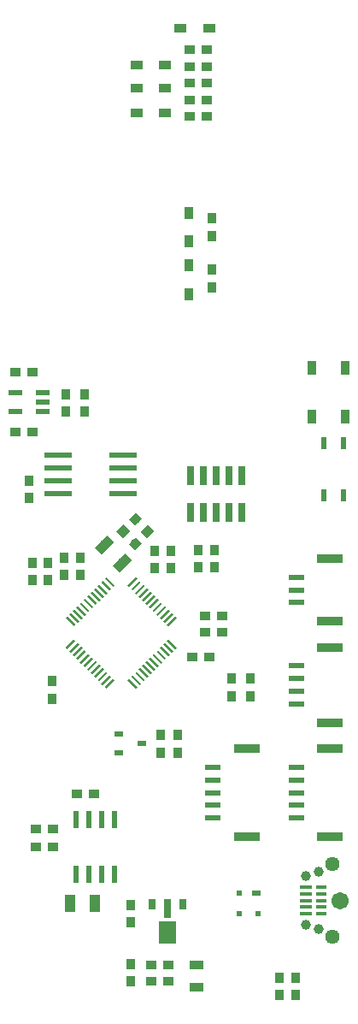
<source format=gbr>
G04 #@! TF.GenerationSoftware,KiCad,Pcbnew,5.0.0-fee4fd1~66~ubuntu16.04.1*
G04 #@! TF.CreationDate,2018-09-07T15:40:31-07:00*
G04 #@! TF.ProjectId,fk-weather,666B2D776561746865722E6B69636164,0.1*
G04 #@! TF.SameCoordinates,PX791ddc0PY791ddc0*
G04 #@! TF.FileFunction,Paste,Top*
G04 #@! TF.FilePolarity,Positive*
%FSLAX46Y46*%
G04 Gerber Fmt 4.6, Leading zero omitted, Abs format (unit mm)*
G04 Created by KiCad (PCBNEW 5.0.0-fee4fd1~66~ubuntu16.04.1) date Fri Sep  7 15:40:31 2018*
%MOMM*%
%LPD*%
G01*
G04 APERTURE LIST*
%ADD10C,1.710000*%
%ADD11C,1.440000*%
%ADD12C,0.990000*%
%ADD13R,1.215000X0.360000*%
%ADD14R,1.125000X0.360000*%
%ADD15R,1.530000X0.540000*%
%ADD16R,2.520000X0.900000*%
%ADD17C,0.900000*%
%ADD18C,0.100000*%
%ADD19R,0.900000X0.990000*%
%ADD20R,0.990000X0.900000*%
%ADD21R,0.900000X0.630000*%
%ADD22R,0.540000X0.630000*%
%ADD23R,1.350000X0.900000*%
%ADD24R,0.675000X1.890000*%
%ADD25R,0.945000X0.585000*%
%ADD26C,0.225000*%
%ADD27R,0.720000X1.080000*%
%ADD28R,0.720000X1.980000*%
%ADD29R,1.800000X2.250000*%
%ADD30R,1.404000X0.585000*%
%ADD31R,0.630000X1.305000*%
%ADD32R,0.810000X1.350000*%
%ADD33R,0.540000X1.800000*%
%ADD34R,0.990000X1.710000*%
%ADD35R,1.170000X0.855000*%
%ADD36R,0.855000X1.170000*%
%ADD37R,2.700000X0.540000*%
G04 APERTURE END LIST*
D10*
G04 #@! TO.C,J1*
X-6736000Y-62738000D03*
D11*
X-7511000Y-59113000D03*
X-7511000Y-66363000D03*
D12*
X-10161000Y-60313000D03*
X-10161000Y-65163000D03*
D13*
X-10086000Y-61438000D03*
X-10086000Y-62088000D03*
X-10086000Y-62738000D03*
X-10086000Y-63388000D03*
X-10086000Y-64038000D03*
D12*
X-8836000Y-65538000D03*
X-8836000Y-59938000D03*
D14*
X-8586000Y-61438000D03*
X-8586000Y-62088000D03*
X-8586000Y-62738000D03*
X-8586000Y-63388000D03*
X-8586000Y-64038000D03*
G04 #@! TD*
D15*
G04 #@! TO.C,J2*
X-11094000Y-49570000D03*
X-11094000Y-50820000D03*
X-11094000Y-52070000D03*
X-11094000Y-53320000D03*
X-11094000Y-54570000D03*
D16*
X-7744000Y-47720000D03*
X-7744000Y-56420000D03*
G04 #@! TD*
D15*
G04 #@! TO.C,J4*
X-11094000Y-39527000D03*
X-11094000Y-40777000D03*
X-11094000Y-42027000D03*
X-11094000Y-43277000D03*
D16*
X-7744000Y-37677000D03*
X-7744000Y-45127000D03*
G04 #@! TD*
D17*
G04 #@! TO.C,C1*
X-27008759Y-25002159D03*
D18*
G36*
X-26976939Y-24333943D02*
X-26340543Y-24970339D01*
X-27040579Y-25670375D01*
X-27676975Y-25033979D01*
X-26976939Y-24333943D01*
X-26976939Y-24333943D01*
G37*
D17*
X-28210841Y-26204241D03*
D18*
G36*
X-28179021Y-25536025D02*
X-27542625Y-26172421D01*
X-28242661Y-26872457D01*
X-28879057Y-26236061D01*
X-28179021Y-25536025D01*
X-28179021Y-25536025D01*
G37*
G04 #@! TD*
D17*
G04 #@! TO.C,C2*
X-25814959Y-26221359D03*
D18*
G36*
X-25783139Y-25553143D02*
X-25146743Y-26189539D01*
X-25846779Y-26889575D01*
X-26483175Y-26253179D01*
X-25783139Y-25553143D01*
X-25783139Y-25553143D01*
G37*
D17*
X-27017041Y-27423441D03*
D18*
G36*
X-26985221Y-26755225D02*
X-26348825Y-27391621D01*
X-27048861Y-28091657D01*
X-27685257Y-27455261D01*
X-26985221Y-26755225D01*
X-26985221Y-26755225D01*
G37*
G04 #@! TD*
D19*
G04 #@! TO.C,C3*
X-25082500Y-29869500D03*
X-25082500Y-28169500D03*
G04 #@! TD*
G04 #@! TO.C,C4*
X-35648900Y-31002300D03*
X-35648900Y-29302300D03*
G04 #@! TD*
G04 #@! TO.C,C5*
X-23469600Y-29882200D03*
X-23469600Y-28182200D03*
G04 #@! TD*
G04 #@! TO.C,C6*
X-32486600Y-30491800D03*
X-32486600Y-28791800D03*
G04 #@! TD*
D20*
G04 #@! TO.C,C7*
X-21347800Y-38633400D03*
X-19647800Y-38633400D03*
G04 #@! TD*
D19*
G04 #@! TO.C,C8*
X-35306000Y-41060000D03*
X-35306000Y-42760000D03*
G04 #@! TD*
G04 #@! TO.C,C9*
X-27474992Y-70730862D03*
X-27474992Y-69030862D03*
G04 #@! TD*
G04 #@! TO.C,C10*
X-12763500Y-70358000D03*
X-12763500Y-72058000D03*
G04 #@! TD*
D20*
G04 #@! TO.C,C11*
X-23780192Y-69093462D03*
X-25480192Y-69093462D03*
G04 #@! TD*
D19*
G04 #@! TO.C,C12*
X-27441485Y-63193861D03*
X-27441485Y-64893861D03*
G04 #@! TD*
D20*
G04 #@! TO.C,C13*
X-38893083Y-16380379D03*
X-37193083Y-16380379D03*
G04 #@! TD*
D19*
G04 #@! TO.C,C14*
X-34061400Y-30491800D03*
X-34061400Y-28791800D03*
G04 #@! TD*
G04 #@! TO.C,C15*
X-32048683Y-14385579D03*
X-32048683Y-12685579D03*
G04 #@! TD*
G04 #@! TO.C,C16*
X-33877483Y-14385579D03*
X-33877483Y-12685579D03*
G04 #@! TD*
G04 #@! TO.C,C18*
X-37553900Y-21184500D03*
X-37553900Y-22884500D03*
G04 #@! TD*
D21*
G04 #@! TO.C,D4*
X-15064000Y-62008000D03*
D22*
X-16764000Y-62008000D03*
X-16764000Y-64008000D03*
X-14864000Y-64008000D03*
G04 #@! TD*
D19*
G04 #@! TO.C,D5*
X-22779984Y-48094000D03*
X-22779984Y-46394000D03*
G04 #@! TD*
D23*
G04 #@! TO.C,F1*
X-20972592Y-71298362D03*
X-20972592Y-69098362D03*
G04 #@! TD*
D24*
G04 #@! TO.C,J6*
X-16484600Y-24307800D03*
X-16484600Y-20707800D03*
X-17754600Y-24307800D03*
X-17754600Y-20707800D03*
X-19024600Y-24307800D03*
X-19024600Y-20707800D03*
X-20294600Y-24307800D03*
X-20294600Y-20707800D03*
X-21564600Y-24307800D03*
X-21564600Y-20707800D03*
G04 #@! TD*
D20*
G04 #@! TO.C,L1*
X-25480192Y-70739917D03*
X-23780192Y-70739917D03*
G04 #@! TD*
D19*
G04 #@! TO.C,L2*
X-37249100Y-31000700D03*
X-37249100Y-29300700D03*
G04 #@! TD*
D25*
G04 #@! TO.C,Q4*
X-28659730Y-46260880D03*
X-28659730Y-48160880D03*
X-26359730Y-47210880D03*
G04 #@! TD*
D19*
G04 #@! TO.C,R2*
X-20802600Y-29793300D03*
X-20802600Y-28093300D03*
G04 #@! TD*
G04 #@! TO.C,R4*
X-19215100Y-29793300D03*
X-19215100Y-28093300D03*
G04 #@! TD*
G04 #@! TO.C,R6*
X-15621000Y-42506000D03*
X-15621000Y-40806000D03*
G04 #@! TD*
G04 #@! TO.C,R7*
X-17526000Y-42506000D03*
X-17526000Y-40806000D03*
G04 #@! TD*
D20*
G04 #@! TO.C,R8*
X-20154000Y-36220400D03*
X-18454000Y-36220400D03*
G04 #@! TD*
G04 #@! TO.C,R9*
X-18454000Y-34620200D03*
X-20154000Y-34620200D03*
G04 #@! TD*
D19*
G04 #@! TO.C,R10*
X-11125200Y-70360400D03*
X-11125200Y-72060400D03*
G04 #@! TD*
D20*
G04 #@! TO.C,R11*
X-37193083Y-10414000D03*
X-38893083Y-10414000D03*
G04 #@! TD*
D19*
G04 #@! TO.C,R17*
X-24511000Y-46394000D03*
X-24511000Y-48094000D03*
G04 #@! TD*
D20*
G04 #@! TO.C,R22*
X-19929772Y14821332D03*
X-21629772Y14821332D03*
G04 #@! TD*
D19*
G04 #@! TO.C,R23*
X-19458972Y3049332D03*
X-19458972Y4749332D03*
G04 #@! TD*
D20*
G04 #@! TO.C,R30*
X-19929772Y19748932D03*
X-21629772Y19748932D03*
G04 #@! TD*
G04 #@! TO.C,R31*
X-19929772Y16497732D03*
X-21629772Y16497732D03*
G04 #@! TD*
D19*
G04 #@! TO.C,R32*
X-19458972Y-330668D03*
X-19458972Y-2030668D03*
G04 #@! TD*
D20*
G04 #@! TO.C,R33*
X-19929772Y18123332D03*
X-21629772Y18123332D03*
G04 #@! TD*
G04 #@! TO.C,R34*
X-19929772Y21476132D03*
X-21629772Y21476132D03*
G04 #@! TD*
D26*
G04 #@! TO.C,U1*
X-29553971Y-31225342D03*
D18*
G36*
X-30047178Y-30891234D02*
X-29888079Y-30732135D01*
X-29060764Y-31559450D01*
X-29219863Y-31718549D01*
X-30047178Y-30891234D01*
X-30047178Y-30891234D01*
G37*
D26*
X-29907524Y-31578895D03*
D18*
G36*
X-30400731Y-31244787D02*
X-30241632Y-31085688D01*
X-29414317Y-31913003D01*
X-29573416Y-32072102D01*
X-30400731Y-31244787D01*
X-30400731Y-31244787D01*
G37*
D26*
X-30261078Y-31932449D03*
D18*
G36*
X-30754285Y-31598341D02*
X-30595186Y-31439242D01*
X-29767871Y-32266557D01*
X-29926970Y-32425656D01*
X-30754285Y-31598341D01*
X-30754285Y-31598341D01*
G37*
D26*
X-30614631Y-32286002D03*
D18*
G36*
X-31107838Y-31951894D02*
X-30948739Y-31792795D01*
X-30121424Y-32620110D01*
X-30280523Y-32779209D01*
X-31107838Y-31951894D01*
X-31107838Y-31951894D01*
G37*
D26*
X-30968184Y-32639555D03*
D18*
G36*
X-31461391Y-32305447D02*
X-31302292Y-32146348D01*
X-30474977Y-32973663D01*
X-30634076Y-33132762D01*
X-31461391Y-32305447D01*
X-31461391Y-32305447D01*
G37*
D26*
X-31321738Y-32993109D03*
D18*
G36*
X-31814945Y-32659001D02*
X-31655846Y-32499902D01*
X-30828531Y-33327217D01*
X-30987630Y-33486316D01*
X-31814945Y-32659001D01*
X-31814945Y-32659001D01*
G37*
D26*
X-31675291Y-33346662D03*
D18*
G36*
X-32168498Y-33012554D02*
X-32009399Y-32853455D01*
X-31182084Y-33680770D01*
X-31341183Y-33839869D01*
X-32168498Y-33012554D01*
X-32168498Y-33012554D01*
G37*
D26*
X-32028845Y-33700216D03*
D18*
G36*
X-32522052Y-33366108D02*
X-32362953Y-33207009D01*
X-31535638Y-34034324D01*
X-31694737Y-34193423D01*
X-32522052Y-33366108D01*
X-32522052Y-33366108D01*
G37*
D26*
X-32382398Y-34053769D03*
D18*
G36*
X-32875605Y-33719661D02*
X-32716506Y-33560562D01*
X-31889191Y-34387877D01*
X-32048290Y-34546976D01*
X-32875605Y-33719661D01*
X-32875605Y-33719661D01*
G37*
D26*
X-32735951Y-34407322D03*
D18*
G36*
X-33229158Y-34073214D02*
X-33070059Y-33914115D01*
X-32242744Y-34741430D01*
X-32401843Y-34900529D01*
X-33229158Y-34073214D01*
X-33229158Y-34073214D01*
G37*
D26*
X-33089505Y-34760876D03*
D18*
G36*
X-33582712Y-34426768D02*
X-33423613Y-34267669D01*
X-32596298Y-35094984D01*
X-32755397Y-35254083D01*
X-33582712Y-34426768D01*
X-33582712Y-34426768D01*
G37*
D26*
X-33443058Y-35114429D03*
D18*
G36*
X-33936265Y-34780321D02*
X-33777166Y-34621222D01*
X-32949851Y-35448537D01*
X-33108950Y-35607636D01*
X-33936265Y-34780321D01*
X-33936265Y-34780321D01*
G37*
D26*
X-33443058Y-37377171D03*
D18*
G36*
X-33777166Y-37870378D02*
X-33936265Y-37711279D01*
X-33108950Y-36883964D01*
X-32949851Y-37043063D01*
X-33777166Y-37870378D01*
X-33777166Y-37870378D01*
G37*
D26*
X-33089505Y-37730724D03*
D18*
G36*
X-33423613Y-38223931D02*
X-33582712Y-38064832D01*
X-32755397Y-37237517D01*
X-32596298Y-37396616D01*
X-33423613Y-38223931D01*
X-33423613Y-38223931D01*
G37*
D26*
X-32735951Y-38084278D03*
D18*
G36*
X-33070059Y-38577485D02*
X-33229158Y-38418386D01*
X-32401843Y-37591071D01*
X-32242744Y-37750170D01*
X-33070059Y-38577485D01*
X-33070059Y-38577485D01*
G37*
D26*
X-32382398Y-38437831D03*
D18*
G36*
X-32716506Y-38931038D02*
X-32875605Y-38771939D01*
X-32048290Y-37944624D01*
X-31889191Y-38103723D01*
X-32716506Y-38931038D01*
X-32716506Y-38931038D01*
G37*
D26*
X-32028845Y-38791384D03*
D18*
G36*
X-32362953Y-39284591D02*
X-32522052Y-39125492D01*
X-31694737Y-38298177D01*
X-31535638Y-38457276D01*
X-32362953Y-39284591D01*
X-32362953Y-39284591D01*
G37*
D26*
X-31675291Y-39144938D03*
D18*
G36*
X-32009399Y-39638145D02*
X-32168498Y-39479046D01*
X-31341183Y-38651731D01*
X-31182084Y-38810830D01*
X-32009399Y-39638145D01*
X-32009399Y-39638145D01*
G37*
D26*
X-31321738Y-39498491D03*
D18*
G36*
X-31655846Y-39991698D02*
X-31814945Y-39832599D01*
X-30987630Y-39005284D01*
X-30828531Y-39164383D01*
X-31655846Y-39991698D01*
X-31655846Y-39991698D01*
G37*
D26*
X-30968184Y-39852045D03*
D18*
G36*
X-31302292Y-40345252D02*
X-31461391Y-40186153D01*
X-30634076Y-39358838D01*
X-30474977Y-39517937D01*
X-31302292Y-40345252D01*
X-31302292Y-40345252D01*
G37*
D26*
X-30614631Y-40205598D03*
D18*
G36*
X-30948739Y-40698805D02*
X-31107838Y-40539706D01*
X-30280523Y-39712391D01*
X-30121424Y-39871490D01*
X-30948739Y-40698805D01*
X-30948739Y-40698805D01*
G37*
D26*
X-30261078Y-40559151D03*
D18*
G36*
X-30595186Y-41052358D02*
X-30754285Y-40893259D01*
X-29926970Y-40065944D01*
X-29767871Y-40225043D01*
X-30595186Y-41052358D01*
X-30595186Y-41052358D01*
G37*
D26*
X-29907524Y-40912705D03*
D18*
G36*
X-30241632Y-41405912D02*
X-30400731Y-41246813D01*
X-29573416Y-40419498D01*
X-29414317Y-40578597D01*
X-30241632Y-41405912D01*
X-30241632Y-41405912D01*
G37*
D26*
X-29553971Y-41266258D03*
D18*
G36*
X-29888079Y-41759465D02*
X-30047178Y-41600366D01*
X-29219863Y-40773051D01*
X-29060764Y-40932150D01*
X-29888079Y-41759465D01*
X-29888079Y-41759465D01*
G37*
D26*
X-27291229Y-41266258D03*
D18*
G36*
X-27784436Y-40932150D02*
X-27625337Y-40773051D01*
X-26798022Y-41600366D01*
X-26957121Y-41759465D01*
X-27784436Y-40932150D01*
X-27784436Y-40932150D01*
G37*
D26*
X-26937676Y-40912705D03*
D18*
G36*
X-27430883Y-40578597D02*
X-27271784Y-40419498D01*
X-26444469Y-41246813D01*
X-26603568Y-41405912D01*
X-27430883Y-40578597D01*
X-27430883Y-40578597D01*
G37*
D26*
X-26584122Y-40559151D03*
D18*
G36*
X-27077329Y-40225043D02*
X-26918230Y-40065944D01*
X-26090915Y-40893259D01*
X-26250014Y-41052358D01*
X-27077329Y-40225043D01*
X-27077329Y-40225043D01*
G37*
D26*
X-26230569Y-40205598D03*
D18*
G36*
X-26723776Y-39871490D02*
X-26564677Y-39712391D01*
X-25737362Y-40539706D01*
X-25896461Y-40698805D01*
X-26723776Y-39871490D01*
X-26723776Y-39871490D01*
G37*
D26*
X-25877016Y-39852045D03*
D18*
G36*
X-26370223Y-39517937D02*
X-26211124Y-39358838D01*
X-25383809Y-40186153D01*
X-25542908Y-40345252D01*
X-26370223Y-39517937D01*
X-26370223Y-39517937D01*
G37*
D26*
X-25523462Y-39498491D03*
D18*
G36*
X-26016669Y-39164383D02*
X-25857570Y-39005284D01*
X-25030255Y-39832599D01*
X-25189354Y-39991698D01*
X-26016669Y-39164383D01*
X-26016669Y-39164383D01*
G37*
D26*
X-25169909Y-39144938D03*
D18*
G36*
X-25663116Y-38810830D02*
X-25504017Y-38651731D01*
X-24676702Y-39479046D01*
X-24835801Y-39638145D01*
X-25663116Y-38810830D01*
X-25663116Y-38810830D01*
G37*
D26*
X-24816355Y-38791384D03*
D18*
G36*
X-25309562Y-38457276D02*
X-25150463Y-38298177D01*
X-24323148Y-39125492D01*
X-24482247Y-39284591D01*
X-25309562Y-38457276D01*
X-25309562Y-38457276D01*
G37*
D26*
X-24462802Y-38437831D03*
D18*
G36*
X-24956009Y-38103723D02*
X-24796910Y-37944624D01*
X-23969595Y-38771939D01*
X-24128694Y-38931038D01*
X-24956009Y-38103723D01*
X-24956009Y-38103723D01*
G37*
D26*
X-24109249Y-38084278D03*
D18*
G36*
X-24602456Y-37750170D02*
X-24443357Y-37591071D01*
X-23616042Y-38418386D01*
X-23775141Y-38577485D01*
X-24602456Y-37750170D01*
X-24602456Y-37750170D01*
G37*
D26*
X-23755695Y-37730724D03*
D18*
G36*
X-24248902Y-37396616D02*
X-24089803Y-37237517D01*
X-23262488Y-38064832D01*
X-23421587Y-38223931D01*
X-24248902Y-37396616D01*
X-24248902Y-37396616D01*
G37*
D26*
X-23402142Y-37377171D03*
D18*
G36*
X-23895349Y-37043063D02*
X-23736250Y-36883964D01*
X-22908935Y-37711279D01*
X-23068034Y-37870378D01*
X-23895349Y-37043063D01*
X-23895349Y-37043063D01*
G37*
D26*
X-23402142Y-35114429D03*
D18*
G36*
X-23736250Y-35607636D02*
X-23895349Y-35448537D01*
X-23068034Y-34621222D01*
X-22908935Y-34780321D01*
X-23736250Y-35607636D01*
X-23736250Y-35607636D01*
G37*
D26*
X-23755695Y-34760876D03*
D18*
G36*
X-24089803Y-35254083D02*
X-24248902Y-35094984D01*
X-23421587Y-34267669D01*
X-23262488Y-34426768D01*
X-24089803Y-35254083D01*
X-24089803Y-35254083D01*
G37*
D26*
X-24109249Y-34407322D03*
D18*
G36*
X-24443357Y-34900529D02*
X-24602456Y-34741430D01*
X-23775141Y-33914115D01*
X-23616042Y-34073214D01*
X-24443357Y-34900529D01*
X-24443357Y-34900529D01*
G37*
D26*
X-24462802Y-34053769D03*
D18*
G36*
X-24796910Y-34546976D02*
X-24956009Y-34387877D01*
X-24128694Y-33560562D01*
X-23969595Y-33719661D01*
X-24796910Y-34546976D01*
X-24796910Y-34546976D01*
G37*
D26*
X-24816355Y-33700216D03*
D18*
G36*
X-25150463Y-34193423D02*
X-25309562Y-34034324D01*
X-24482247Y-33207009D01*
X-24323148Y-33366108D01*
X-25150463Y-34193423D01*
X-25150463Y-34193423D01*
G37*
D26*
X-25169909Y-33346662D03*
D18*
G36*
X-25504017Y-33839869D02*
X-25663116Y-33680770D01*
X-24835801Y-32853455D01*
X-24676702Y-33012554D01*
X-25504017Y-33839869D01*
X-25504017Y-33839869D01*
G37*
D26*
X-25523462Y-32993109D03*
D18*
G36*
X-25857570Y-33486316D02*
X-26016669Y-33327217D01*
X-25189354Y-32499902D01*
X-25030255Y-32659001D01*
X-25857570Y-33486316D01*
X-25857570Y-33486316D01*
G37*
D26*
X-25877016Y-32639555D03*
D18*
G36*
X-26211124Y-33132762D02*
X-26370223Y-32973663D01*
X-25542908Y-32146348D01*
X-25383809Y-32305447D01*
X-26211124Y-33132762D01*
X-26211124Y-33132762D01*
G37*
D26*
X-26230569Y-32286002D03*
D18*
G36*
X-26564677Y-32779209D02*
X-26723776Y-32620110D01*
X-25896461Y-31792795D01*
X-25737362Y-31951894D01*
X-26564677Y-32779209D01*
X-26564677Y-32779209D01*
G37*
D26*
X-26584122Y-31932449D03*
D18*
G36*
X-26918230Y-32425656D02*
X-27077329Y-32266557D01*
X-26250014Y-31439242D01*
X-26090915Y-31598341D01*
X-26918230Y-32425656D01*
X-26918230Y-32425656D01*
G37*
D26*
X-26937676Y-31578895D03*
D18*
G36*
X-27271784Y-32072102D02*
X-27430883Y-31913003D01*
X-26603568Y-31085688D01*
X-26444469Y-31244787D01*
X-27271784Y-32072102D01*
X-27271784Y-32072102D01*
G37*
D26*
X-27291229Y-31225342D03*
D18*
G36*
X-27625337Y-31718549D02*
X-27784436Y-31559450D01*
X-26957121Y-30732135D01*
X-26798022Y-30891234D01*
X-27625337Y-31718549D01*
X-27625337Y-31718549D01*
G37*
G04 #@! TD*
D27*
G04 #@! TO.C,U2*
X-22336085Y-63078661D03*
D28*
X-23836085Y-63578661D03*
D27*
X-25336085Y-63078661D03*
D29*
X-23836085Y-65928661D03*
G04 #@! TD*
D30*
G04 #@! TO.C,U3*
X-36185083Y-14383979D03*
X-36185083Y-13433979D03*
X-36185083Y-12483979D03*
X-38885083Y-12483979D03*
X-38885083Y-14383979D03*
G04 #@! TD*
D12*
G04 #@! TO.C,Y1*
X-30068483Y-27551417D03*
D18*
G36*
X-31023077Y-27805975D02*
X-29813925Y-26596823D01*
X-29113889Y-27296859D01*
X-30323041Y-28506011D01*
X-31023077Y-27805975D01*
X-31023077Y-27805975D01*
G37*
D12*
X-28300717Y-29319183D03*
D18*
G36*
X-29255311Y-29573741D02*
X-28046159Y-28364589D01*
X-27346123Y-29064625D01*
X-28555275Y-30273777D01*
X-29255311Y-29573741D01*
X-29255311Y-29573741D01*
G37*
G04 #@! TD*
D31*
G04 #@! TO.C,SW1*
X-6366000Y-22646000D03*
X-6366000Y-17486000D03*
X-8366000Y-17486000D03*
X-8366000Y-22646000D03*
G04 #@! TD*
D15*
G04 #@! TO.C,J3*
X-11094000Y-30754000D03*
X-11094000Y-32004000D03*
X-11094000Y-33254000D03*
D16*
X-7744000Y-28904000D03*
X-7744000Y-35104000D03*
G04 #@! TD*
D32*
G04 #@! TO.C,U5*
X-6224000Y-9996000D03*
X-9524000Y-9996000D03*
X-9524000Y-14896000D03*
X-6224000Y-14896000D03*
G04 #@! TD*
D20*
G04 #@! TO.C,C17*
X-32832436Y-52221478D03*
X-31132436Y-52221478D03*
G04 #@! TD*
G04 #@! TO.C,C19*
X-36918000Y-57404000D03*
X-35218000Y-57404000D03*
G04 #@! TD*
G04 #@! TO.C,R1*
X-35218000Y-55626000D03*
X-36918000Y-55626000D03*
G04 #@! TD*
D33*
G04 #@! TO.C,U6*
X-32871436Y-54728478D03*
X-31601436Y-54728478D03*
X-30331436Y-54728478D03*
X-29061436Y-54728478D03*
X-29061436Y-60128478D03*
X-30331436Y-60128478D03*
X-31601436Y-60128478D03*
X-32871436Y-60128478D03*
G04 #@! TD*
D34*
G04 #@! TO.C,Y2*
X-31006436Y-63016478D03*
X-33506436Y-63016478D03*
G04 #@! TD*
D35*
G04 #@! TO.C,D11*
X-24081772Y17615332D03*
X-26926572Y17615332D03*
G04 #@! TD*
G04 #@! TO.C,D10*
X-26926772Y15176932D03*
X-24081972Y15176932D03*
G04 #@! TD*
G04 #@! TO.C,D9*
X-19712972Y23558932D03*
X-22557772Y23558932D03*
G04 #@! TD*
G04 #@! TO.C,D8*
X-24081772Y19901332D03*
X-26926572Y19901332D03*
G04 #@! TD*
D36*
G04 #@! TO.C,D7*
X-21744972Y-2755468D03*
X-21744972Y89332D03*
G04 #@! TD*
G04 #@! TO.C,D6*
X-21744972Y5321732D03*
X-21744972Y2476932D03*
G04 #@! TD*
D15*
G04 #@! TO.C,J7*
X-19349000Y-49570000D03*
X-19349000Y-50820000D03*
X-19349000Y-52070000D03*
X-19349000Y-53320000D03*
X-19349000Y-54570000D03*
D16*
X-15999000Y-47720000D03*
X-15999000Y-56420000D03*
G04 #@! TD*
D37*
G04 #@! TO.C,U4*
X-28270600Y-18656300D03*
X-28270600Y-19926300D03*
X-28270600Y-21196300D03*
X-28270600Y-22466300D03*
X-34670600Y-22466300D03*
X-34670600Y-21196300D03*
X-34670600Y-19926300D03*
X-34670600Y-18656300D03*
G04 #@! TD*
M02*

</source>
